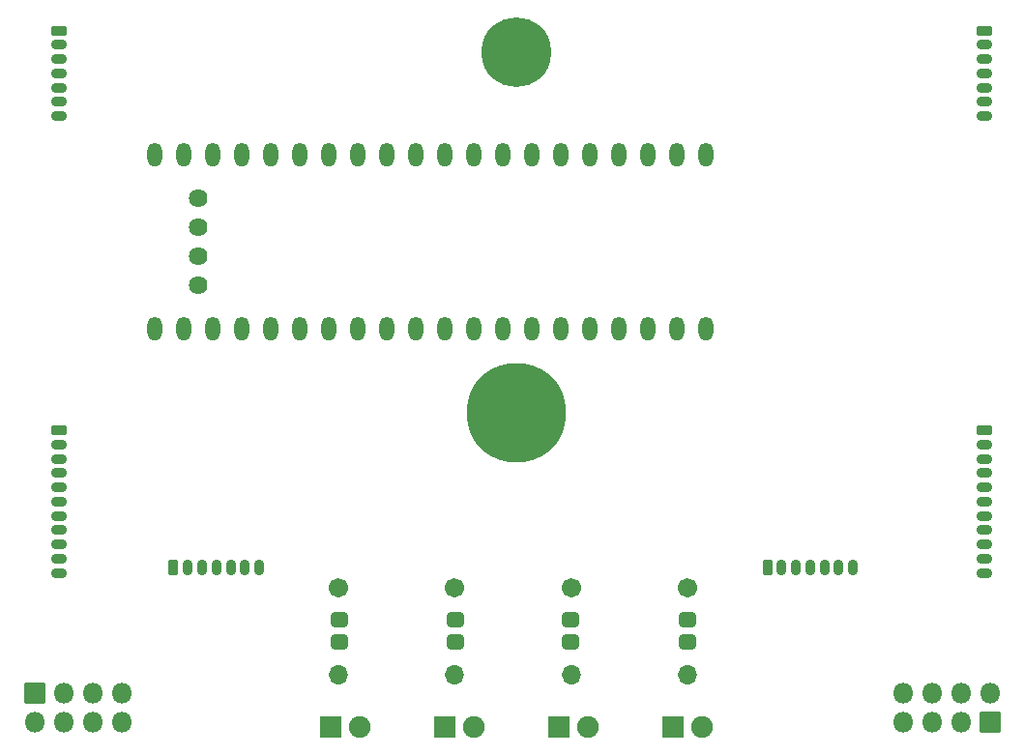
<source format=gbr>
%TF.GenerationSoftware,KiCad,Pcbnew,(6.0.2)*%
%TF.CreationDate,2022-03-15T14:17:51+03:00*%
%TF.ProjectId,kinesis-80,6b696e65-7369-4732-9d38-302e6b696361,rev?*%
%TF.SameCoordinates,Original*%
%TF.FileFunction,Soldermask,Bot*%
%TF.FilePolarity,Negative*%
%FSLAX46Y46*%
G04 Gerber Fmt 4.6, Leading zero omitted, Abs format (unit mm)*
G04 Created by KiCad (PCBNEW (6.0.2)) date 2022-03-15 14:17:51*
%MOMM*%
%LPD*%
G01*
G04 APERTURE LIST*
G04 Aperture macros list*
%AMRoundRect*
0 Rectangle with rounded corners*
0 $1 Rounding radius*
0 $2 $3 $4 $5 $6 $7 $8 $9 X,Y pos of 4 corners*
0 Add a 4 corners polygon primitive as box body*
4,1,4,$2,$3,$4,$5,$6,$7,$8,$9,$2,$3,0*
0 Add four circle primitives for the rounded corners*
1,1,$1+$1,$2,$3*
1,1,$1+$1,$4,$5*
1,1,$1+$1,$6,$7*
1,1,$1+$1,$8,$9*
0 Add four rect primitives between the rounded corners*
20,1,$1+$1,$2,$3,$4,$5,0*
20,1,$1+$1,$4,$5,$6,$7,0*
20,1,$1+$1,$6,$7,$8,$9,0*
20,1,$1+$1,$8,$9,$2,$3,0*%
G04 Aperture macros list end*
%ADD10C,6.101600*%
%ADD11C,8.701600*%
%ADD12RoundRect,0.050800X-0.900000X-0.900000X0.900000X-0.900000X0.900000X0.900000X-0.900000X0.900000X0*%
%ADD13C,1.901600*%
%ADD14RoundRect,0.250800X-0.450000X0.200000X-0.450000X-0.200000X0.450000X-0.200000X0.450000X0.200000X0*%
%ADD15O,1.401600X0.901600*%
%ADD16RoundRect,0.250800X-0.200000X-0.450000X0.200000X-0.450000X0.200000X0.450000X-0.200000X0.450000X0*%
%ADD17O,0.901600X1.401600*%
%ADD18O,1.301600X2.101600*%
%ADD19C,1.625600*%
%ADD20RoundRect,0.050800X-0.850000X0.850000X-0.850000X-0.850000X0.850000X-0.850000X0.850000X0.850000X0*%
%ADD21O,1.801600X1.801600*%
%ADD22RoundRect,0.300800X-0.450000X0.350000X-0.450000X-0.350000X0.450000X-0.350000X0.450000X0.350000X0*%
%ADD23RoundRect,0.050800X0.850000X-0.850000X0.850000X0.850000X-0.850000X0.850000X-0.850000X-0.850000X0*%
%ADD24C,1.701600*%
%ADD25O,1.701600X1.701600*%
G04 APERTURE END LIST*
D10*
%TO.C,H2*%
X142000000Y-74900000D03*
%TD*%
D11*
%TO.C,H1*%
X142000000Y-106500000D03*
%TD*%
D12*
%TO.C,LED2*%
X135750000Y-134000000D03*
D13*
X138290000Y-134000000D03*
%TD*%
D12*
%TO.C,LED3*%
X145750000Y-134000000D03*
D13*
X148290000Y-134000000D03*
%TD*%
D12*
%TO.C,LED4*%
X155750000Y-134000000D03*
D13*
X158290000Y-134000000D03*
%TD*%
D12*
%TO.C,LED1*%
X125750000Y-134000000D03*
D13*
X128290000Y-134000000D03*
%TD*%
D14*
%TO.C,J1*%
X102000000Y-73000000D03*
D15*
X102000000Y-74250000D03*
X102000000Y-75500000D03*
X102000000Y-76750000D03*
X102000000Y-78000000D03*
X102000000Y-79250000D03*
X102000000Y-80500000D03*
%TD*%
D14*
%TO.C,J2*%
X183000000Y-73000000D03*
D15*
X183000000Y-74250000D03*
X183000000Y-75500000D03*
X183000000Y-76750000D03*
X183000000Y-78000000D03*
X183000000Y-79250000D03*
X183000000Y-80500000D03*
%TD*%
D14*
%TO.C,J3*%
X102000000Y-108000000D03*
D15*
X102000000Y-109250000D03*
X102000000Y-110500000D03*
X102000000Y-111750000D03*
X102000000Y-113000000D03*
X102000000Y-114250000D03*
X102000000Y-115500000D03*
X102000000Y-116750000D03*
X102000000Y-118000000D03*
X102000000Y-119250000D03*
X102000000Y-120500000D03*
%TD*%
D14*
%TO.C,J4*%
X183000000Y-108000000D03*
D15*
X183000000Y-109250000D03*
X183000000Y-110500000D03*
X183000000Y-111750000D03*
X183000000Y-113000000D03*
X183000000Y-114250000D03*
X183000000Y-115500000D03*
X183000000Y-116750000D03*
X183000000Y-118000000D03*
X183000000Y-119250000D03*
X183000000Y-120500000D03*
%TD*%
D16*
%TO.C,J6*%
X164000000Y-120000000D03*
D17*
X165250000Y-120000000D03*
X166500000Y-120000000D03*
X167750000Y-120000000D03*
X169000000Y-120000000D03*
X170250000Y-120000000D03*
X171500000Y-120000000D03*
%TD*%
D18*
%TO.C,U1*%
X158630000Y-99120000D03*
X156090000Y-99120000D03*
X153550000Y-99120000D03*
X151010000Y-99120000D03*
X148470000Y-99120000D03*
X145930000Y-99120000D03*
X143390000Y-99120000D03*
X140850000Y-99120000D03*
X138310000Y-99120000D03*
X135770000Y-99120000D03*
X133230000Y-99120000D03*
X130690000Y-99120000D03*
X128150000Y-99120000D03*
X125610000Y-99120000D03*
X123070000Y-99120000D03*
X120530000Y-99120000D03*
X117990000Y-99120000D03*
X115450000Y-99120000D03*
X112910000Y-99120000D03*
X110370000Y-99120000D03*
X110370000Y-83880000D03*
X112910000Y-83880000D03*
X115450000Y-83880000D03*
X117990000Y-83880000D03*
X120530000Y-83880000D03*
X123070000Y-83880000D03*
X125610000Y-83880000D03*
X128150000Y-83880000D03*
X130690000Y-83880000D03*
X133230000Y-83880000D03*
X135770000Y-83880000D03*
X138310000Y-83880000D03*
X140850000Y-83880000D03*
X143390000Y-83880000D03*
X145930000Y-83880000D03*
X148470000Y-83880000D03*
X151010000Y-83880000D03*
X153550000Y-83880000D03*
X156090000Y-83880000D03*
X158630000Y-83880000D03*
D19*
X114180000Y-95310000D03*
X114180000Y-92770000D03*
X114180000Y-90230000D03*
X114180000Y-87690000D03*
%TD*%
D20*
%TO.C,J8*%
X99840000Y-131030000D03*
D21*
X99840000Y-133570000D03*
X102380000Y-131030000D03*
X102380000Y-133570000D03*
X104920000Y-131030000D03*
X104920000Y-133570000D03*
X107460000Y-131030000D03*
X107460000Y-133570000D03*
%TD*%
D22*
%TO.C,R1*%
X126483000Y-124570000D03*
X126483000Y-126570000D03*
%TD*%
%TO.C,R2*%
X136683000Y-124570000D03*
X136683000Y-126570000D03*
%TD*%
%TO.C,R3*%
X146783000Y-124570000D03*
X146783000Y-126570000D03*
%TD*%
%TO.C,R4*%
X156983000Y-124570000D03*
X156983000Y-126570000D03*
%TD*%
D23*
%TO.C,J7*%
X183480000Y-133570000D03*
D21*
X183480000Y-131030000D03*
X180940000Y-133570000D03*
X180940000Y-131030000D03*
X178400000Y-133570000D03*
X178400000Y-131030000D03*
X175860000Y-133570000D03*
X175860000Y-131030000D03*
%TD*%
D16*
%TO.C,J5*%
X112000000Y-120000000D03*
D17*
X113250000Y-120000000D03*
X114500000Y-120000000D03*
X115750000Y-120000000D03*
X117000000Y-120000000D03*
X118250000Y-120000000D03*
X119500000Y-120000000D03*
%TD*%
D24*
%TO.C,R5*%
X157000000Y-121800000D03*
D25*
X157000000Y-129420000D03*
%TD*%
D24*
%TO.C,R6*%
X146800000Y-121800000D03*
D25*
X146800000Y-129420000D03*
%TD*%
D24*
%TO.C,R7*%
X136600000Y-121800000D03*
D25*
X136600000Y-129420000D03*
%TD*%
D24*
%TO.C,R8*%
X126400000Y-121800000D03*
D25*
X126400000Y-129420000D03*
%TD*%
M02*

</source>
